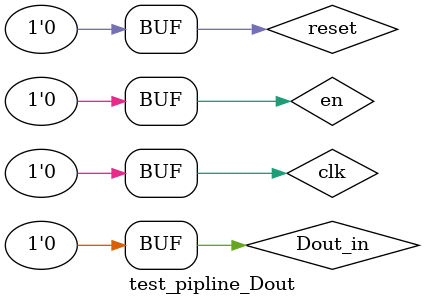
<source format=v>
`timescale 1ns / 1ps


module test_pipline_Dout;

	// Inputs
	reg Dout_in;
	reg reset;
	reg clk;
	reg en;

	// Outputs
	wire Dout_out;

	// Instantiate the Unit Under Test (UUT)
	pipeline_Dout uut (
		.Dout_in(Dout_in), 
		.Dout_out(Dout_out), 
		.reset(reset), 
		.clk(clk), 
		.en(en)
	);

	initial begin
		// Initialize Inputs
		Dout_in = 0;
		reset = 0;
		clk = 0;
		en = 0;

		// Wait 100 ns for global reset to finish
		#100;
        
		// Add stimulus here

	end
      
endmodule


</source>
